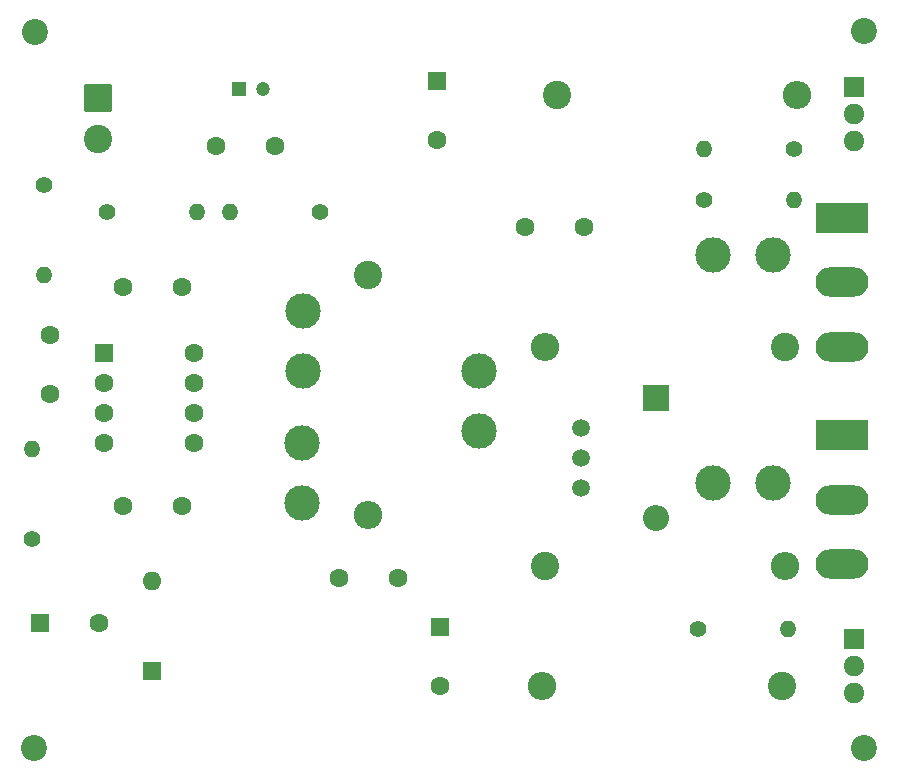
<source format=gbr>
%TF.GenerationSoftware,KiCad,Pcbnew,9.0.0*%
%TF.CreationDate,2025-04-03T19:31:54-04:00*%
%TF.ProjectId,diamond,6469616d-6f6e-4642-9e6b-696361645f70,rev?*%
%TF.SameCoordinates,Original*%
%TF.FileFunction,Soldermask,Top*%
%TF.FilePolarity,Negative*%
%FSLAX46Y46*%
G04 Gerber Fmt 4.6, Leading zero omitted, Abs format (unit mm)*
G04 Created by KiCad (PCBNEW 9.0.0) date 2025-04-03 19:31:54*
%MOMM*%
%LPD*%
G01*
G04 APERTURE LIST*
G04 Aperture macros list*
%AMRoundRect*
0 Rectangle with rounded corners*
0 $1 Rounding radius*
0 $2 $3 $4 $5 $6 $7 $8 $9 X,Y pos of 4 corners*
0 Add a 4 corners polygon primitive as box body*
4,1,4,$2,$3,$4,$5,$6,$7,$8,$9,$2,$3,0*
0 Add four circle primitives for the rounded corners*
1,1,$1+$1,$2,$3*
1,1,$1+$1,$4,$5*
1,1,$1+$1,$6,$7*
1,1,$1+$1,$8,$9*
0 Add four rect primitives between the rounded corners*
20,1,$1+$1,$2,$3,$4,$5,0*
20,1,$1+$1,$4,$5,$6,$7,0*
20,1,$1+$1,$6,$7,$8,$9,0*
20,1,$1+$1,$8,$9,$2,$3,0*%
G04 Aperture macros list end*
%ADD10C,2.200000*%
%ADD11O,1.600000X1.600000*%
%ADD12R,1.600000X1.600000*%
%ADD13C,1.600000*%
%ADD14C,3.000000*%
%ADD15C,1.400000*%
%ADD16O,1.400000X1.400000*%
%ADD17R,1.200000X1.200000*%
%ADD18C,1.200000*%
%ADD19RoundRect,0.250001X-0.949999X0.949999X-0.949999X-0.949999X0.949999X-0.949999X0.949999X0.949999X0*%
%ADD20C,2.400000*%
%ADD21R,4.500000X2.500000*%
%ADD22O,4.500000X2.500000*%
%ADD23RoundRect,0.250000X-0.550000X-0.550000X0.550000X-0.550000X0.550000X0.550000X-0.550000X0.550000X0*%
%ADD24O,2.400000X2.400000*%
%ADD25R,1.800000X1.710000*%
%ADD26O,1.800000X1.710000*%
%ADD27R,2.200000X2.200000*%
%ADD28O,2.200000X2.200000*%
%ADD29C,1.512000*%
G04 APERTURE END LIST*
D10*
%TO.C,REF\u002A\u002A*%
X102362000Y-51308000D03*
%TD*%
D11*
%TO.C,D1*%
X112268000Y-97790000D03*
D12*
X112268000Y-105410000D03*
%TD*%
D13*
%TO.C,C1*%
X107753349Y-101346000D03*
D12*
X102753349Y-101346000D03*
%TD*%
D14*
%TO.C,J4*%
X164846000Y-89562000D03*
X159766000Y-89562000D03*
%TD*%
D15*
%TO.C,R12*%
X126492000Y-66548000D03*
D16*
X118872000Y-66548000D03*
%TD*%
D17*
%TO.C,C5*%
X119666000Y-56134000D03*
D18*
X121666000Y-56134000D03*
%TD*%
D15*
%TO.C,R6*%
X158496000Y-101854000D03*
D16*
X166116000Y-101854000D03*
%TD*%
D14*
%TO.C,J3*%
X164846000Y-70258000D03*
X159766000Y-70258000D03*
%TD*%
D19*
%TO.C,J1*%
X107696000Y-56924000D03*
D20*
X107696000Y-60424000D03*
%TD*%
D13*
%TO.C,C2*%
X148804000Y-67818000D03*
X143804000Y-67818000D03*
%TD*%
D15*
%TO.C,R7*%
X166624000Y-61214000D03*
D16*
X159004000Y-61214000D03*
%TD*%
D21*
%TO.C,Q3*%
X170654000Y-67078000D03*
D22*
X170654000Y-72528000D03*
X170654000Y-77978000D03*
%TD*%
D15*
%TO.C,R3*%
X102108000Y-94234000D03*
D16*
X102108000Y-86614000D03*
%TD*%
D13*
%TO.C,C3*%
X103632000Y-82002000D03*
X103632000Y-77002000D03*
%TD*%
%TO.C,C8*%
X109768000Y-91440000D03*
X114768000Y-91440000D03*
%TD*%
D23*
%TO.C,U1*%
X108209000Y-78486000D03*
D13*
X108209000Y-81026000D03*
X108209000Y-83566000D03*
X108209000Y-86106000D03*
X115829000Y-86106000D03*
X115829000Y-83566000D03*
X115829000Y-81026000D03*
X115829000Y-78486000D03*
%TD*%
D14*
%TO.C,J2*%
X139954000Y-85090000D03*
X139954000Y-80010000D03*
%TD*%
D20*
%TO.C,R1*%
X165608000Y-106680000D03*
D24*
X145288000Y-106680000D03*
%TD*%
D12*
%TO.C,C11*%
X136398000Y-55509349D03*
D13*
X136398000Y-60509349D03*
%TD*%
D25*
%TO.C,Q2*%
X171654000Y-56018000D03*
D26*
X171654000Y-58298000D03*
X171654000Y-60578000D03*
%TD*%
D20*
%TO.C,R8*%
X165862000Y-77978000D03*
D24*
X145542000Y-77978000D03*
%TD*%
D15*
%TO.C,R10*%
X103124000Y-64262000D03*
D16*
X103124000Y-71882000D03*
%TD*%
D20*
%TO.C,R2*%
X146558000Y-56642000D03*
D24*
X166878000Y-56642000D03*
%TD*%
D10*
%TO.C,REF\u002A\u002A*%
X172500000Y-51300000D03*
%TD*%
D14*
%TO.C,J5*%
X125068000Y-80010000D03*
X125068000Y-74930000D03*
%TD*%
D20*
%TO.C,R9*%
X145542000Y-96520000D03*
D24*
X165862000Y-96520000D03*
%TD*%
D13*
%TO.C,C6*%
X128056000Y-97536000D03*
X133056000Y-97536000D03*
%TD*%
D14*
%TO.C,J6*%
X124968000Y-91186000D03*
X124968000Y-86106000D03*
%TD*%
D27*
%TO.C,D2*%
X154940000Y-82296000D03*
D28*
X154940000Y-92456000D03*
%TD*%
D12*
%TO.C,C12*%
X136652000Y-101680000D03*
D13*
X136652000Y-106680000D03*
%TD*%
D10*
%TO.C,REF\u002A\u002A*%
X172500000Y-112000000D03*
%TD*%
D15*
%TO.C,R4*%
X108458000Y-66548000D03*
D16*
X116078000Y-66548000D03*
%TD*%
D21*
%TO.C,Q4*%
X170654000Y-85482000D03*
D22*
X170654000Y-90932000D03*
X170654000Y-96382000D03*
%TD*%
D10*
%TO.C,REF\u002A\u002A*%
X102300000Y-112000000D03*
%TD*%
D13*
%TO.C,C7*%
X109768000Y-72898000D03*
X114768000Y-72898000D03*
%TD*%
D15*
%TO.C,R5*%
X159004000Y-65532000D03*
D16*
X166624000Y-65532000D03*
%TD*%
D20*
%TO.C,R11*%
X130556000Y-71882000D03*
D24*
X130556000Y-92202000D03*
%TD*%
D13*
%TO.C,C4*%
X122642000Y-60960000D03*
X117642000Y-60960000D03*
%TD*%
D25*
%TO.C,Q1*%
X171654000Y-102766000D03*
D26*
X171654000Y-105046000D03*
X171654000Y-107326000D03*
%TD*%
D29*
%TO.C,RV1*%
X148590000Y-84836000D03*
X148590000Y-87376000D03*
X148590000Y-89916000D03*
%TD*%
M02*

</source>
